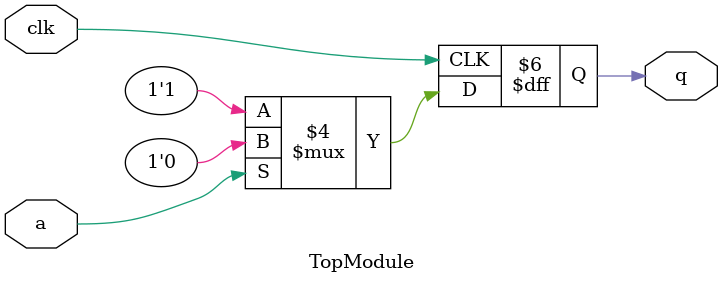
<source format=sv>
module TopModule(
    input logic clk,
    input logic a,
    output logic q
);

    always_ff @(posedge clk) begin
        if (a == 0) begin
            q <= 1'b1;
        end else begin
            q <= 1'b0;
        end
    end

endmodule
</source>
